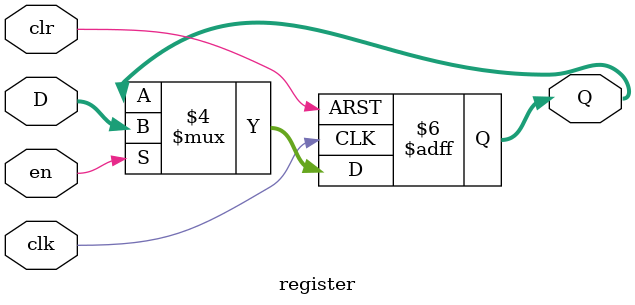
<source format=v>
module register(D,Q,en,clk,clr);
	input[31:0] D;
	output reg[31:0] Q;
	input en,clk,clr;
	
	initial begin 
		Q = 32'h00000000;
	end
	
	always @(posedge clk or posedge clr) begin
		if (clr)
			Q=32'h00000000;
		else if (en)
			Q=D;
	end
endmodule
			
</source>
